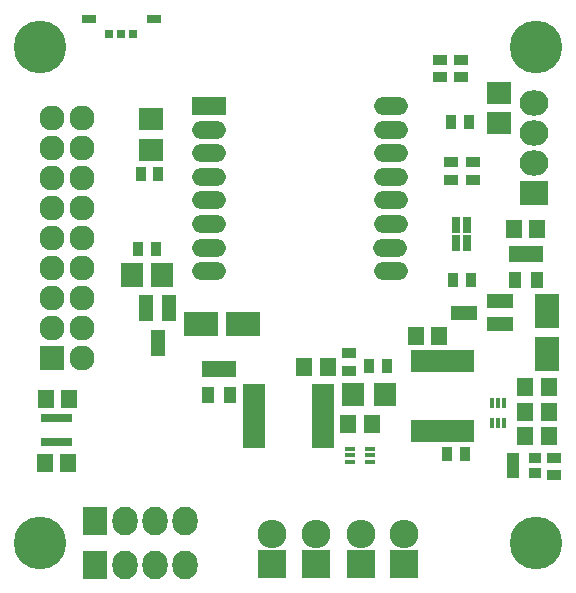
<source format=gts>
G04 #@! TF.FileFunction,Soldermask,Top*
%FSLAX46Y46*%
G04 Gerber Fmt 4.6, Leading zero omitted, Abs format (unit mm)*
G04 Created by KiCad (PCBNEW 4.0.5) date Sun Jan  1 21:38:31 2017*
%MOMM*%
%LPD*%
G01*
G04 APERTURE LIST*
%ADD10C,0.100000*%
%ADD11R,0.850000X1.900000*%
%ADD12R,1.900000X0.850000*%
%ADD13R,3.000000X2.000000*%
%ADD14R,1.400000X1.650000*%
%ADD15R,2.000000X3.000000*%
%ADD16R,1.900000X2.000000*%
%ADD17R,2.000000X1.900000*%
%ADD18R,2.127200X2.127200*%
%ADD19O,2.127200X2.127200*%
%ADD20C,4.464000*%
%ADD21R,2.432000X2.127200*%
%ADD22O,2.432000X2.127200*%
%ADD23R,2.432000X2.432000*%
%ADD24O,2.432000X2.432000*%
%ADD25R,2.127200X2.432000*%
%ADD26O,2.127200X2.432000*%
%ADD27R,2.300000X1.200000*%
%ADD28R,1.200000X2.300000*%
%ADD29R,1.300000X0.900000*%
%ADD30R,0.900000X1.300000*%
%ADD31R,2.900000X1.500000*%
%ADD32O,2.900000X1.500000*%
%ADD33R,0.800000X1.325000*%
%ADD34R,1.050000X1.460000*%
%ADD35R,1.901140X0.798780*%
%ADD36R,1.000000X0.820000*%
%ADD37R,0.750000X0.750000*%
%ADD38R,0.902400X0.427400*%
%ADD39R,0.427400X0.902400*%
%ADD40R,1.150000X0.800000*%
%ADD41R,0.800000X0.800000*%
G04 APERTURE END LIST*
D10*
D11*
X165875000Y-101200000D03*
X165225000Y-101200000D03*
X164575000Y-101200000D03*
X163925000Y-101200000D03*
X163275000Y-101200000D03*
X162625000Y-101200000D03*
X161975000Y-101200000D03*
X161325000Y-101200000D03*
X161325000Y-107100000D03*
X161975000Y-107100000D03*
X162625000Y-107100000D03*
X163275000Y-107100000D03*
X163925000Y-107100000D03*
X164575000Y-107100000D03*
X165225000Y-107100000D03*
X165875000Y-107100000D03*
D12*
X147615000Y-103560000D03*
X147615000Y-104210000D03*
X147615000Y-104860000D03*
X147615000Y-105510000D03*
X147615000Y-106160000D03*
X147615000Y-106810000D03*
X147615000Y-107460000D03*
X147615000Y-108110000D03*
X153515000Y-108110000D03*
X153515000Y-107460000D03*
X153515000Y-106810000D03*
X153515000Y-106160000D03*
X153515000Y-105510000D03*
X153515000Y-104860000D03*
X153515000Y-104210000D03*
X153515000Y-103560000D03*
D13*
X146725000Y-98050000D03*
X143125000Y-98050000D03*
D14*
X171625000Y-89975000D03*
X169625000Y-89975000D03*
D15*
X172425000Y-100575000D03*
X172425000Y-96975000D03*
D14*
X155595000Y-106495000D03*
X157595000Y-106495000D03*
X161335000Y-99085000D03*
X163335000Y-99085000D03*
X170575000Y-105450000D03*
X172575000Y-105450000D03*
X170575000Y-107550000D03*
X172575000Y-107550000D03*
X151895000Y-101715000D03*
X153895000Y-101715000D03*
X170575000Y-103350000D03*
X172575000Y-103350000D03*
X129985000Y-104425000D03*
X131985000Y-104425000D03*
X131900000Y-109800000D03*
X129900000Y-109800000D03*
D16*
X139850000Y-93875000D03*
X137300000Y-93875000D03*
D17*
X168395000Y-81020000D03*
X168395000Y-78470000D03*
X138945000Y-83270000D03*
X138945000Y-80720000D03*
D18*
X130525000Y-100895000D03*
D19*
X133065000Y-100895000D03*
X130525000Y-98355000D03*
X133065000Y-98355000D03*
X130525000Y-95815000D03*
X133065000Y-95815000D03*
X130525000Y-93275000D03*
X133065000Y-93275000D03*
X130525000Y-90735000D03*
X133065000Y-90735000D03*
X130525000Y-88195000D03*
X133065000Y-88195000D03*
X130525000Y-85655000D03*
X133065000Y-85655000D03*
X130525000Y-83115000D03*
X133065000Y-83115000D03*
X130525000Y-80575000D03*
X133065000Y-80575000D03*
D20*
X129525000Y-116575000D03*
X171525000Y-74575000D03*
X171525000Y-116575000D03*
X129525000Y-74575000D03*
D21*
X171318333Y-86955000D03*
D22*
X171318333Y-84415000D03*
X171318333Y-81875000D03*
X171318333Y-79335000D03*
D23*
X156698598Y-118392069D03*
D24*
X156698598Y-115852069D03*
D23*
X149200000Y-118340000D03*
D24*
X149200000Y-115800000D03*
D23*
X152900000Y-118365000D03*
D24*
X152900000Y-115825000D03*
D23*
X160325000Y-118390000D03*
D24*
X160325000Y-115850000D03*
D25*
X134172576Y-118403680D03*
D26*
X136712576Y-118403680D03*
X139252576Y-118403680D03*
X141792576Y-118403680D03*
D25*
X134180000Y-114750000D03*
D26*
X136720000Y-114750000D03*
X139260000Y-114750000D03*
X141800000Y-114750000D03*
D27*
X168425000Y-98025000D03*
X168425000Y-96125000D03*
X165425000Y-97075000D03*
D28*
X140425000Y-96675000D03*
X138525000Y-96675000D03*
X139475000Y-99675000D03*
D29*
X163425000Y-77150000D03*
X163425000Y-75650000D03*
X165200000Y-77150000D03*
X165200000Y-75650000D03*
X164325000Y-84325000D03*
X164325000Y-85825000D03*
D30*
X137825000Y-91700000D03*
X139325000Y-91700000D03*
D29*
X166150000Y-84350000D03*
X166150000Y-85850000D03*
D30*
X164355000Y-80975000D03*
X165855000Y-80975000D03*
X138050000Y-85350000D03*
X139550000Y-85350000D03*
X166000000Y-94300000D03*
X164500000Y-94300000D03*
X158875000Y-101600000D03*
X157375000Y-101600000D03*
X163985000Y-109085000D03*
X165485000Y-109085000D03*
D29*
X173035000Y-109345000D03*
X173035000Y-110845000D03*
X155700000Y-100525000D03*
X155700000Y-102025000D03*
D31*
X143825000Y-79575000D03*
D32*
X143825000Y-81575000D03*
X143825000Y-83575000D03*
X143825000Y-85575000D03*
X143825000Y-87575000D03*
X143825000Y-89575000D03*
X143825000Y-91575000D03*
X143825000Y-93575000D03*
X159225000Y-93575000D03*
X159125000Y-91575000D03*
X159225000Y-89575000D03*
X159225000Y-87575000D03*
X159225000Y-85575000D03*
X159225000Y-83575000D03*
X159225000Y-81575000D03*
X159225000Y-79575000D03*
D33*
X165650000Y-89675000D03*
X165650000Y-91200000D03*
X164750000Y-89675000D03*
X164750000Y-91200000D03*
D34*
X171625000Y-92075000D03*
X170675000Y-92075000D03*
X169725000Y-92075000D03*
X169725000Y-94275000D03*
X171625000Y-94275000D03*
D35*
X156044040Y-103374760D03*
X156044040Y-104025000D03*
X156044040Y-104675240D03*
X158705960Y-104675240D03*
X158705960Y-104025000D03*
X158705960Y-103374760D03*
D34*
X145625000Y-101850000D03*
X144675000Y-101850000D03*
X143725000Y-101850000D03*
X143725000Y-104050000D03*
X145625000Y-104050000D03*
D36*
X169535000Y-109395000D03*
X169535000Y-110695000D03*
X171435000Y-109395000D03*
X169535000Y-110045000D03*
X171435000Y-110695000D03*
D37*
X131900000Y-106040000D03*
X131250000Y-106040000D03*
X130600000Y-106040000D03*
X129950000Y-106040000D03*
X129950000Y-108000000D03*
X130600000Y-108000000D03*
X131250000Y-108000000D03*
X131900000Y-108000000D03*
D38*
X157475000Y-109690000D03*
X157475000Y-109152500D03*
X157475000Y-108615000D03*
X155775000Y-108615000D03*
X155775000Y-109152500D03*
X155775000Y-109690000D03*
D39*
X167750000Y-106450000D03*
X168287500Y-106450000D03*
X168825000Y-106450000D03*
X168825000Y-104750000D03*
X168287500Y-104750000D03*
X167750000Y-104750000D03*
D40*
X133650000Y-72200000D03*
X139150000Y-72200000D03*
D41*
X137400000Y-73450000D03*
X136400000Y-73450000D03*
X135400000Y-73450000D03*
M02*

</source>
